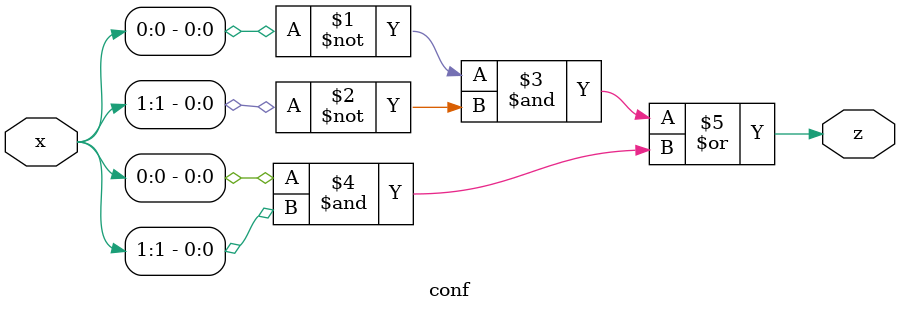
<source format=sv>
module conf(output z, input [0:1]x);

  assign
    z=(~x[0] & ~x[1]) | (x[0] & x[1]);

endmodule

</source>
